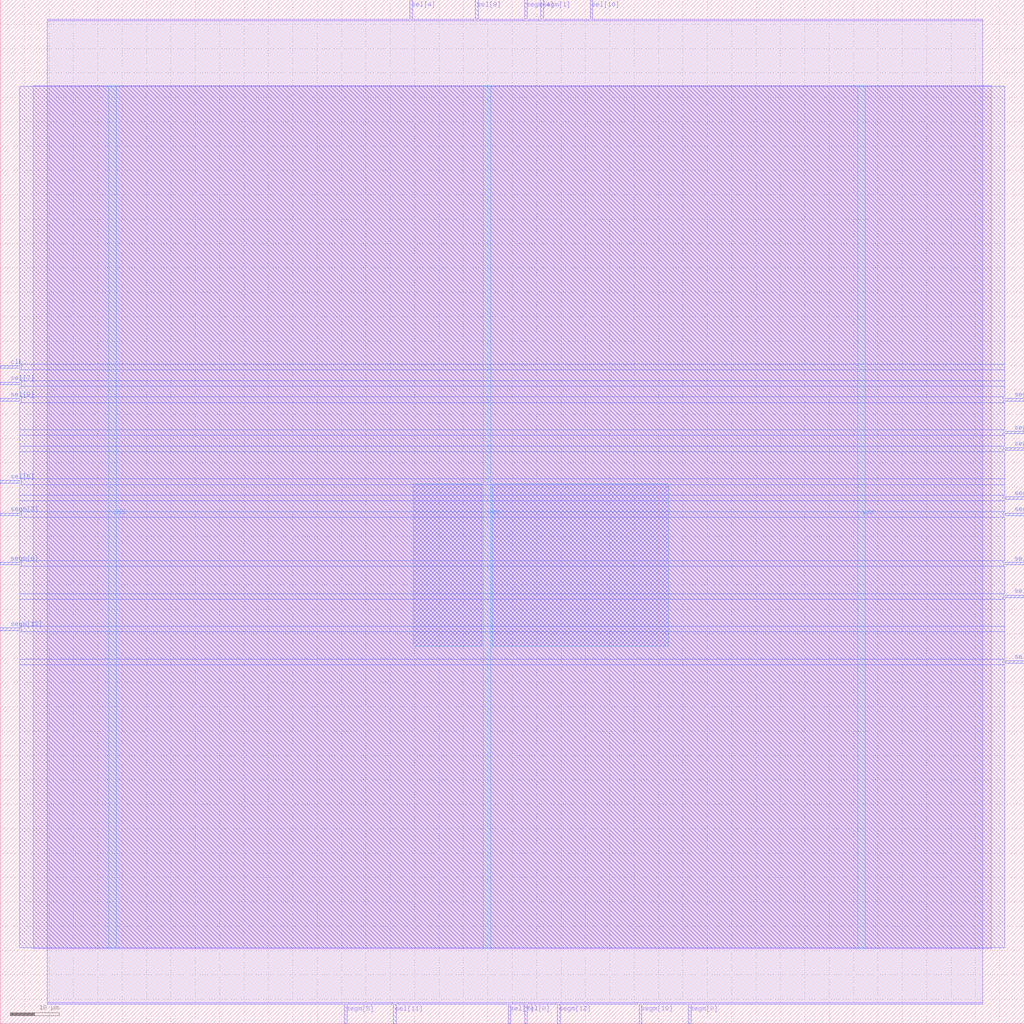
<source format=lef>
VERSION 5.7 ;
  NOWIREEXTENSIONATPIN ON ;
  DIVIDERCHAR "/" ;
  BUSBITCHARS "[]" ;
MACRO ita62
  CLASS BLOCK ;
  FOREIGN ita62 ;
  ORIGIN 0.000 0.000 ;
  SIZE 210.000 BY 210.000 ;
  PIN clk
    DIRECTION INPUT ;
    USE SIGNAL ;
    ANTENNAGATEAREA 4.738000 ;
    ANTENNADIFFAREA 0.410400 ;
    PORT
      LAYER Metal3 ;
        RECT 0.000 134.400 4.000 134.960 ;
    END
  END clk
  PIN segm[0]
    DIRECTION OUTPUT TRISTATE ;
    USE SIGNAL ;
    ANTENNADIFFAREA 0.360800 ;
    PORT
      LAYER Metal2 ;
        RECT 141.120 0.000 141.680 4.000 ;
    END
  END segm[0]
  PIN segm[10]
    DIRECTION OUTPUT TRISTATE ;
    USE SIGNAL ;
    ANTENNADIFFAREA 4.731200 ;
    PORT
      LAYER Metal2 ;
        RECT 131.040 0.000 131.600 4.000 ;
    END
  END segm[10]
  PIN segm[11]
    DIRECTION OUTPUT TRISTATE ;
    USE SIGNAL ;
    ANTENNADIFFAREA 4.731200 ;
    PORT
      LAYER Metal3 ;
        RECT 206.000 104.160 210.000 104.720 ;
    END
  END segm[11]
  PIN segm[12]
    DIRECTION OUTPUT TRISTATE ;
    USE SIGNAL ;
    ANTENNADIFFAREA 4.731200 ;
    PORT
      LAYER Metal2 ;
        RECT 114.240 0.000 114.800 4.000 ;
    END
  END segm[12]
  PIN segm[13]
    DIRECTION OUTPUT TRISTATE ;
    USE SIGNAL ;
    ANTENNADIFFAREA 4.731200 ;
    PORT
      LAYER Metal3 ;
        RECT 0.000 80.640 4.000 81.200 ;
    END
  END segm[13]
  PIN segm[1]
    DIRECTION OUTPUT TRISTATE ;
    USE SIGNAL ;
    ANTENNADIFFAREA 4.731200 ;
    PORT
      LAYER Metal2 ;
        RECT 110.880 206.000 111.440 210.000 ;
    END
  END segm[1]
  PIN segm[2]
    DIRECTION OUTPUT TRISTATE ;
    USE SIGNAL ;
    ANTENNADIFFAREA 4.731200 ;
    PORT
      LAYER Metal3 ;
        RECT 0.000 104.160 4.000 104.720 ;
    END
  END segm[2]
  PIN segm[3]
    DIRECTION OUTPUT TRISTATE ;
    USE SIGNAL ;
    ANTENNADIFFAREA 0.360800 ;
    PORT
      LAYER Metal3 ;
        RECT 206.000 107.520 210.000 108.080 ;
    END
  END segm[3]
  PIN segm[4]
    DIRECTION OUTPUT TRISTATE ;
    USE SIGNAL ;
    ANTENNADIFFAREA 4.731200 ;
    PORT
      LAYER Metal2 ;
        RECT 107.520 206.000 108.080 210.000 ;
    END
  END segm[4]
  PIN segm[5]
    DIRECTION OUTPUT TRISTATE ;
    USE SIGNAL ;
    ANTENNADIFFAREA 0.360800 ;
    PORT
      LAYER Metal2 ;
        RECT 70.560 0.000 71.120 4.000 ;
    END
  END segm[5]
  PIN segm[6]
    DIRECTION OUTPUT TRISTATE ;
    USE SIGNAL ;
    ANTENNADIFFAREA 4.731200 ;
    PORT
      LAYER Metal3 ;
        RECT 0.000 94.080 4.000 94.640 ;
    END
  END segm[6]
  PIN segm[7]
    DIRECTION OUTPUT TRISTATE ;
    USE SIGNAL ;
    ANTENNADIFFAREA 4.731200 ;
    PORT
      LAYER Metal3 ;
        RECT 206.000 127.680 210.000 128.240 ;
    END
  END segm[7]
  PIN segm[8]
    DIRECTION OUTPUT TRISTATE ;
    USE SIGNAL ;
    ANTENNADIFFAREA 4.731200 ;
    PORT
      LAYER Metal3 ;
        RECT 206.000 120.960 210.000 121.520 ;
    END
  END segm[8]
  PIN segm[9]
    DIRECTION OUTPUT TRISTATE ;
    USE SIGNAL ;
    ANTENNADIFFAREA 4.731200 ;
    PORT
      LAYER Metal3 ;
        RECT 206.000 117.600 210.000 118.160 ;
    END
  END segm[9]
  PIN sel[0]
    DIRECTION OUTPUT TRISTATE ;
    USE SIGNAL ;
    ANTENNADIFFAREA 4.731200 ;
    PORT
      LAYER Metal2 ;
        RECT 107.520 0.000 108.080 4.000 ;
    END
  END sel[0]
  PIN sel[10]
    DIRECTION OUTPUT TRISTATE ;
    USE SIGNAL ;
    ANTENNADIFFAREA 4.731200 ;
    PORT
      LAYER Metal2 ;
        RECT 120.960 206.000 121.520 210.000 ;
    END
  END sel[10]
  PIN sel[11]
    DIRECTION OUTPUT TRISTATE ;
    USE SIGNAL ;
    ANTENNADIFFAREA 4.731200 ;
    PORT
      LAYER Metal2 ;
        RECT 80.640 0.000 81.200 4.000 ;
    END
  END sel[11]
  PIN sel[1]
    DIRECTION OUTPUT TRISTATE ;
    USE SIGNAL ;
    ANTENNADIFFAREA 4.731200 ;
    PORT
      LAYER Metal3 ;
        RECT 206.000 87.360 210.000 87.920 ;
    END
  END sel[1]
  PIN sel[2]
    DIRECTION OUTPUT TRISTATE ;
    USE SIGNAL ;
    ANTENNADIFFAREA 4.731200 ;
    PORT
      LAYER Metal3 ;
        RECT 206.000 94.080 210.000 94.640 ;
    END
  END sel[2]
  PIN sel[3]
    DIRECTION OUTPUT TRISTATE ;
    USE SIGNAL ;
    ANTENNADIFFAREA 4.731200 ;
    PORT
      LAYER Metal2 ;
        RECT 104.160 0.000 104.720 4.000 ;
    END
  END sel[3]
  PIN sel[4]
    DIRECTION OUTPUT TRISTATE ;
    USE SIGNAL ;
    ANTENNADIFFAREA 4.731200 ;
    PORT
      LAYER Metal2 ;
        RECT 84.000 206.000 84.560 210.000 ;
    END
  END sel[4]
  PIN sel[5]
    DIRECTION OUTPUT TRISTATE ;
    USE SIGNAL ;
    ANTENNADIFFAREA 4.731200 ;
    PORT
      LAYER Metal3 ;
        RECT 206.000 73.920 210.000 74.480 ;
    END
  END sel[5]
  PIN sel[6]
    DIRECTION OUTPUT TRISTATE ;
    USE SIGNAL ;
    ANTENNADIFFAREA 4.731200 ;
    PORT
      LAYER Metal3 ;
        RECT 0.000 110.880 4.000 111.440 ;
    END
  END sel[6]
  PIN sel[7]
    DIRECTION OUTPUT TRISTATE ;
    USE SIGNAL ;
    ANTENNADIFFAREA 4.731200 ;
    PORT
      LAYER Metal3 ;
        RECT 0.000 131.040 4.000 131.600 ;
    END
  END sel[7]
  PIN sel[8]
    DIRECTION OUTPUT TRISTATE ;
    USE SIGNAL ;
    ANTENNADIFFAREA 4.731200 ;
    PORT
      LAYER Metal2 ;
        RECT 97.440 206.000 98.000 210.000 ;
    END
  END sel[8]
  PIN sel[9]
    DIRECTION OUTPUT TRISTATE ;
    USE SIGNAL ;
    ANTENNADIFFAREA 4.731200 ;
    PORT
      LAYER Metal3 ;
        RECT 0.000 127.680 4.000 128.240 ;
    END
  END sel[9]
  PIN vdd
    DIRECTION INOUT ;
    USE POWER ;
    PORT
      LAYER Metal4 ;
        RECT 22.240 15.380 23.840 192.380 ;
    END
    PORT
      LAYER Metal4 ;
        RECT 175.840 15.380 177.440 192.380 ;
    END
  END vdd
  PIN vss
    DIRECTION INOUT ;
    USE GROUND ;
    PORT
      LAYER Metal4 ;
        RECT 99.040 15.380 100.640 192.380 ;
    END
  END vss
  OBS
      LAYER Metal1 ;
        RECT 6.720 15.380 203.280 192.380 ;
      LAYER Metal2 ;
        RECT 9.660 205.700 83.700 206.000 ;
        RECT 84.860 205.700 97.140 206.000 ;
        RECT 98.300 205.700 107.220 206.000 ;
        RECT 108.380 205.700 110.580 206.000 ;
        RECT 111.740 205.700 120.660 206.000 ;
        RECT 121.820 205.700 201.460 206.000 ;
        RECT 9.660 4.300 201.460 205.700 ;
        RECT 9.660 4.000 70.260 4.300 ;
        RECT 71.420 4.000 80.340 4.300 ;
        RECT 81.500 4.000 103.860 4.300 ;
        RECT 105.020 4.000 107.220 4.300 ;
        RECT 108.380 4.000 113.940 4.300 ;
        RECT 115.100 4.000 130.740 4.300 ;
        RECT 131.900 4.000 140.820 4.300 ;
        RECT 141.980 4.000 201.460 4.300 ;
      LAYER Metal3 ;
        RECT 4.000 135.260 206.000 192.220 ;
        RECT 4.300 134.100 206.000 135.260 ;
        RECT 4.000 131.900 206.000 134.100 ;
        RECT 4.300 130.740 206.000 131.900 ;
        RECT 4.000 128.540 206.000 130.740 ;
        RECT 4.300 127.380 205.700 128.540 ;
        RECT 4.000 121.820 206.000 127.380 ;
        RECT 4.000 120.660 205.700 121.820 ;
        RECT 4.000 118.460 206.000 120.660 ;
        RECT 4.000 117.300 205.700 118.460 ;
        RECT 4.000 111.740 206.000 117.300 ;
        RECT 4.300 110.580 206.000 111.740 ;
        RECT 4.000 108.380 206.000 110.580 ;
        RECT 4.000 107.220 205.700 108.380 ;
        RECT 4.000 105.020 206.000 107.220 ;
        RECT 4.300 103.860 205.700 105.020 ;
        RECT 4.000 94.940 206.000 103.860 ;
        RECT 4.300 93.780 205.700 94.940 ;
        RECT 4.000 88.220 206.000 93.780 ;
        RECT 4.000 87.060 205.700 88.220 ;
        RECT 4.000 81.500 206.000 87.060 ;
        RECT 4.300 80.340 206.000 81.500 ;
        RECT 4.000 74.780 206.000 80.340 ;
        RECT 4.000 73.620 205.700 74.780 ;
        RECT 4.000 15.540 206.000 73.620 ;
      LAYER Metal4 ;
        RECT 84.700 77.370 98.740 110.790 ;
        RECT 100.940 77.370 137.060 110.790 ;
  END
END ita62
END LIBRARY


</source>
